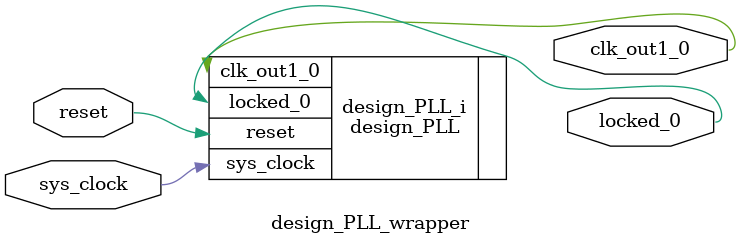
<source format=v>
`timescale 1 ps / 1 ps

module design_PLL_wrapper
   (clk_out1_0,
    locked_0,
    reset,
    sys_clock);
  output clk_out1_0;
  output locked_0;
  input reset;
  input sys_clock;

  wire clk_out1_0;
  wire locked_0;
  wire reset;
  wire sys_clock;

  design_PLL design_PLL_i
       (.clk_out1_0(clk_out1_0),
        .locked_0(locked_0),
        .reset(reset),
        .sys_clock(sys_clock));
endmodule

</source>
